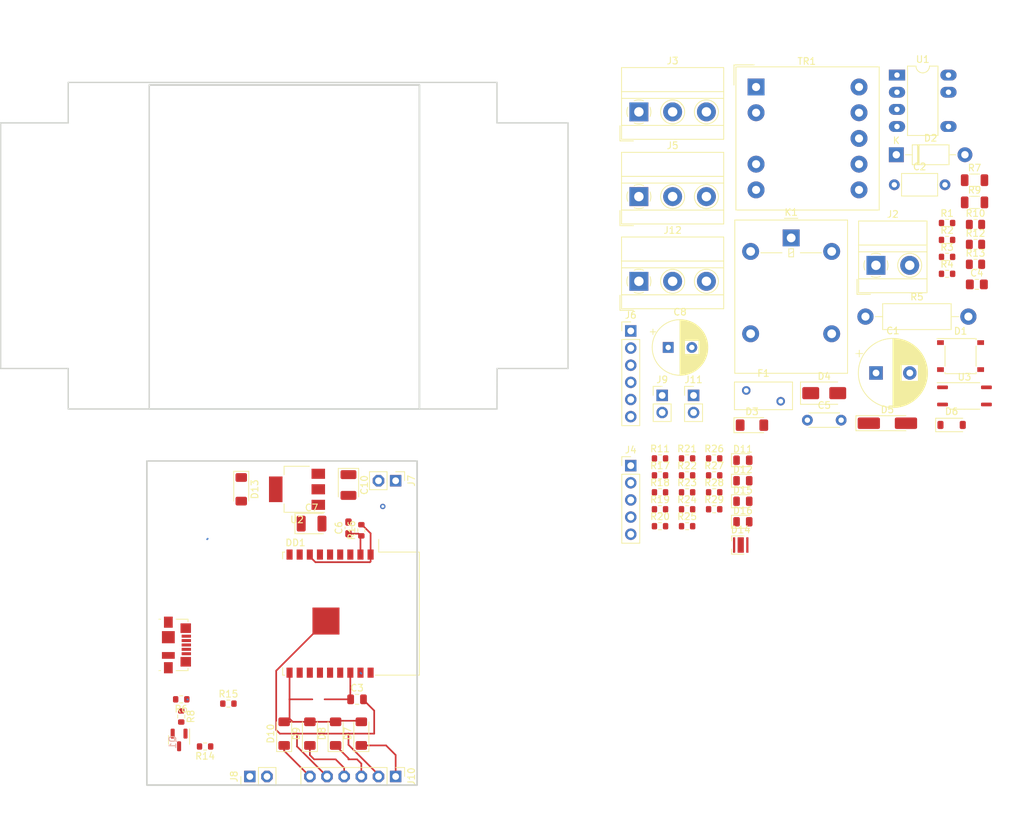
<source format=kicad_pcb>
(kicad_pcb (version 20221018) (generator pcbnew)
  (layers (0 "F.Cu" signal) (31 "B.Cu" signal) (34 "B.Paste" user) (35 "F.Paste" user) (36 "B.SilkS" user "B.Silkscreen") (37 "F.SilkS" user "F.Silkscreen") (38 "B.Mask" user) (39 "F.Mask" user) (44 "Edge.Cuts" user))
  (net 0 "")
  (net 1 "+12V")
  (net 2 "Net-(D2-K)")
  (net 3 "+3.3V")
  (net 4 "Net-(C5-plus)")
  (net 5 "/+12")
  (net 6 "Net-(D4-A)")
  (net 7 "/IO_0")
  (net 8 "GND")
  (net 9 "Net-(DD1-EN)")
  (net 10 "/IO_1")
  (net 11 "/IO_3")
  (net 12 "/IO_10")
  (net 13 "/IO_5")
  (net 14 "/IO_6")
  (net 15 "Net-(C1-plus)")
  (net 16 "Net-(C1-minus)")
  (net 17 "Net-(D1-Pad3)")
  (net 18 "Net-(Q1-B)")
  (net 19 "/SENSOR_1")
  (net 21 "Net-(J2-Pin_2)")
  (net 22 "Net-(D2-A)")
  (net 23 "Net-(D3-K)")
  (net 24 "Net-(D3-A)")
  (net 25 "Net-(D14-A1)")
  (net 26 "Net-(D5-A)")
  (net 27 "Net-(J2-Pin_1)")
  (net 28 "Net-(D14-A2)")
  (net 29 "/IO_7")
  (net 30 "Net-(D15-A)")
  (net 31 "/IO_8")
  (net 32 "Net-(U1-EN{slash}UV)")
  (net 33 "Net-(C4-plus)")
  (net 34 "Net-(D16-A)")
  (net 35 "Net-(TR1-Pad7)")
  (net 37 "/IO_4")
  (net 38 "/IO_9")
  (net 39 "Net-(J8-Pin_2)")
  (net 40 "Net-(DD1-RXD)")
  (net 41 "/SENSOR_2")
  (net 42 "/SENSOR_3")
  (net 43 "/SENSOR_4")
  (net 44 "Net-(D13-A)")
  (net 45 "/USB_DN")
  (net 46 "/USB_DP")
  (net 47 "Net-(D11-A)")
  (net 48 "Net-(D12-A)")
  (net 49 "Net-(DD1-TXD)")
  (net 50 "/IO_2")
  (net 51 "/power/SENSOR_1")
  (net 52 "/power/SENSOR_2")
  (net 53 "/power/SENSOR_3")
  (net 54 "/power/SENSOR_4")
  (net 55 "Net-(J12-Pin_1)")
  (net 56 "Net-(J12-Pin_2)")
  (net 57 "Net-(J12-Pin_3)")
  (net 58 "Net-(R7-Pad1)")
  (net 59 "Net-(R12-Pad1)")
  (footprint "Resistor_SMD:R_0603_1608Metric" (layer "F.Cu") (at 157.25 114.14)
    (fp_text reference "R17")
    (fp_text value "10k")
  )
  (footprint "Diode_SMD:D_MiniMELF" (layer "F.Cu") (at 101.6 152.4 90)
    (fp_text reference "D10")
    (fp_text value "LL4148")
  )
  (footprint "Resistor_THT:R_Axial_DIN0411_L9.9mm_D3.6mm_P15.24mm_Horizontal" (layer "F.Cu") (at 187.67 90.62)
    (fp_text reference "R5")
    (fp_text value "200k")
  )
  (footprint "Connector_USB:USB_Micro-B_Molex_47346-0001" (layer "F.Cu") (at 85.655 139.265 -90)
    (fp_text reference "J1" hide)
    (fp_text value "USB_B_Micro")
  )
  (footprint "Diode_SMD:D_MiniMELF" (layer "F.Cu") (at 109.22 152.4 90)
    (fp_text reference "D8")
    (fp_text value "LL4148")
  )
  (footprint "Capacitor_THT:CP_Radial_D8.0mm_P3.50mm" (layer "F.Cu") (at 158.464698 95.19)
    (property "Value" "200u 16v")
    (fp_text reference "C8")
    (fp_text value "C_Polarized_Small")
  )
  (footprint "Connector_PinHeader_2.54mm:PinHeader_1x06_P2.54mm_Vertical" (layer "F.Cu") (at 152.92 92.74)
    (fp_text reference "J6")
    (fp_text value "Conn_01x06_Pin")
  )
  (footprint "Fuse:Fuse_BelFuse_0ZRE0005FF_L8.3mm_W3.8mm" (layer "F.Cu") (at 170.02 101.56)
    (property "Value" "8.2R")
    (fp_text reference "F1")
    (fp_text value "Polyfuse_Small")
  )
  (footprint "TerminalBlock_MetzConnect:TerminalBlock_MetzConnect_Type011_RT05502HBWC_1x02_P5.00mm_Horizontal" (layer "F.Cu") (at 189.22 83.02)
    (fp_text reference "J2")
    (fp_text value "~220")
  )
  (footprint "Resistor_SMD:R_0603_1608Metric" (layer "F.Cu") (at 165.27 116.65)
    (fp_text reference "R28")
    (fp_text value "10k")
  )
  (footprint "Resistor_SMD:R_0603_1608Metric" (layer "F.Cu") (at 199.75 84.28)
    (fp_text reference "R4")
    (fp_text value "3.3k")
  )
  (footprint "TerminalBlock_MetzConnect:TerminalBlock_MetzConnect_Type011_RT05503HBWC_1x03_P5.00mm_Horizontal" (layer "F.Cu") (at 154.12 85.39)
    (fp_text reference "J12")
    (fp_text value "Out")
  )
  (footprint "LED_SMD:LED_0805_2012Metric" (layer "F.Cu") (at 169.52 114.935)
    (fp_text reference "D12")
    (fp_text value "\"SENS_1\"")
  )
  (footprint "Resistor_SMD:R_0805_2012Metric" (layer "F.Cu") (at 203.96 76.97)
    (fp_text reference "R10")
    (fp_text value "10k")
  )
  (footprint "Relay_THT:Relay_SPDT_Omron-G5LE-1" (layer "F.Cu") (at 176.67 78.965)
    (fp_text reference "K1")
    (fp_text value "G5LE-1")
  )
  (footprint "Diode_SMD:D_SMA" (layer "F.Cu") (at 181.565 101.96)
    (fp_text reference "D4")
    (fp_text value "SS14")
  )
  (footprint "Package_DIP:PowerIntegrations_PDIP-8B" (layer "F.Cu") (at 192.34 54.84)
    (fp_text reference "U1")
    (fp_text value "TNY268P")
  )
  (footprint "Resistor_SMD:R_0603_1608Metric" (layer "F.Cu") (at 157.25 116.65)
    (fp_text reference "R18")
    (fp_text value "10k")
  )
  (footprint "stopwater:ESP-WROOM-02" (layer "F.Cu") (at 108.4 134.62 -90)
    (fp_text reference "DD1")
    (fp_text value "ESP32c3-WROOM-02")
  )
  (footprint "Resistor_SMD:R_0603_1608Metric" (layer "F.Cu") (at 161.26 121.67)
    (fp_text reference "R25")
    (fp_text value "10k")
  )
  (footprint "Resistor_SMD:R_0603_1608Metric" (layer "F.Cu") (at 161.26 116.65)
    (fp_text reference "R23")
    (fp_text value "10k")
  )
  (footprint "Connector_PinHeader_2.54mm:PinHeader_1x05_P2.54mm_Vertical" (layer "F.Cu") (at 152.92 112.7)
    (fp_text reference "J4")
    (fp_text value "Conn_01x05")
  )
  (footprint "Resistor_SMD:R_0603_1608Metric" (layer "F.Cu") (at 161.26 114.14)
    (fp_text reference "R22")
    (fp_text value "10k")
  )
  (footprint "Diode_SMD:Diode_Bridge_Diotec_ABS" (layer "F.Cu") (at 201.75 96.47)
    (fp_text reference "D1")
    (fp_text value "ABS10")
  )
  (footprint "TerminalBlock_MetzConnect:TerminalBlock_MetzConnect_Type011_RT05503HBWC_1x03_P5.00mm_Horizontal" (layer "F.Cu") (at 154.12 60.29)
    (fp_text reference "J3")
    (fp_text value "Out")
  )
  (footprint "Diode_SMD:D_MiniMELF" (layer "F.Cu") (at 105.41 152.4 90)
    (fp_text reference "D9")
    (fp_text value "LL4148")
  )
  (footprint "Resistor_SMD:R_0805_2012Metric" (layer "F.Cu") (at 203.96 82.87)
    (fp_text reference "R13")
    (fp_text value "680")
  )
  (footprint "Diode_SMD:D_SOD-123" (layer "F.Cu") (at 200.425 106.67)
    (fp_text reference "D6")
    (fp_text value "MMSD4148")
  )
  (footprint "Resistor_SMD:R_0603_1608Metric" (layer "F.Cu") (at 86.365 149.86 -90)
    (fp_text reference "R8")
    (fp_text value "10k")
  )
  (footprint "Connector_PinHeader_2.54mm:PinHeader_1x02_P2.54mm_Vertical" (layer "F.Cu") (at 162.22 102.29)
    (fp_text reference "J11")
    (fp_text value "Conn_01x02_Socket")
  )
  (footprint "Resistor_SMD:R_1206_3216Metric" (layer "F.Cu") (at 203.82 73.7)
    (fp_text reference "R9")
    (fp_text value "1M")
  )
  (footprint "Capacitor_SMD:C_0805_2012Metric" (layer "F.Cu") (at 112.395 147.32)
    (fp_text reference "C3")
    (fp_text value "1u")
  )
  (footprint "LED_SMD:LED_0805_2012Metric" (layer "F.Cu") (at 169.52 121.015)
    (fp_text reference "D16")
    (fp_text value "\"SENS_4\"")
  )
  (footprint "Resistor_SMD:R_0603_1608Metric" (layer "F.Cu") (at 165.27 111.63)
    (fp_text reference "R26")
    (fp_text value "10k")
  )
  (footprint "Diode_SMD:D_MiniMELF_Handsoldering" (layer "F.Cu") (at 190.915 106.415)
    (fp_text reference "D5")
    (fp_text value "8v2")
  )
  (footprint "Resistor_SMD:R_0603_1608Metric" (layer "F.Cu") (at 161.26 119.16)
    (fp_text reference "R24")
    (fp_text value "10k")
  )
  (footprint "Diode_SMD:D_MiniMELF" (layer "F.Cu") (at 113.03 152.4 90)
    (fp_text reference "D7")
    (fp_text value "LL4148")
  )
  (footprint "Resistor_SMD:R_0603_1608Metric" (layer "F.Cu") (at 157.25 121.67)
    (fp_text reference "R20")
    (fp_text value "10k")
  )
  (footprint "Connector_PinHeader_2.54mm:PinHeader_1x06_P2.54mm_Vertical" (layer "F.Cu") (at 118.11 158.75 -90)
    (fp_text reference "J10")
    (fp_text value "Conn_01x06_Socket")
  )
  (footprint "Resistor_SMD:R_0603_1608Metric" (layer "F.Cu") (at 113.03 122.2775 90)
    (fp_text reference "R16")
    (fp_text value "10k")
  )
  (footprint "Resistor_SMD:R_0603_1608Metric" (layer "F.Cu") (at 199.75 81.77)
    (fp_text reference "R3")
    (fp_text value "3.3k")
  )
  (footprint "Resistor_SMD:R_0603_1608Metric" (layer "F.Cu") (at 199.75 76.75)
    (fp_text reference "R1")
    (fp_text value "3.3k")
  )
  (footprint "Resistor_SMD:R_0805_2012Metric" (layer "F.Cu") (at 203.96 79.92)
    (fp_text reference "R12")
    (fp_text value "330")
  )
  (footprint "LED_SMD:LED_0805_2012Metric" (layer "F.Cu") (at 169.52 117.975)
    (fp_text reference "D15")
    (fp_text value "\"SENS_3\"")
  )
  (footprint "Resistor_SMD:R_0603_1608Metric" (layer "F.Cu") (at 157.25 111.63)
    (fp_text reference "R11")
    (fp_text value "10k")
  )
  (footprint "Resistor_SMD:R_0603_1608Metric" (layer "F.Cu") (at 199.75 79.26)
    (fp_text reference "R2")
    (fp_text value "3.3k")
  )
  (footprint "Connector_PinHeader_2.54mm:PinHeader_1x02_P2.54mm_Vertical" (layer "F.Cu") (at 157.57 102.29)
    (fp_text reference "J9")
    (fp_text value "Conn_01x02_Pin")
  )
  (footprint "Diode_SMD:D_MiniMELF" (layer "F.Cu") (at 170.865 106.705)
    (fp_text reference "D3")
    (fp_text value "LL4148")
  )
  (footprint "Resistor_SMD:R_0603_1608Metric" (layer "F.Cu") (at 165.27 114.14)
    (fp_text reference "R27")
    (fp_text value "10k")
  )
  (footprint "Capacitor_SMD:C_0805_2012Metric_Pad1.18x1.45mm_HandSolder" (layer "F.Cu") (at 204.16 85.85)
    (fp_text reference "C4")
    (fp_text value "C_Polarized_Small")
  )
  (footprint "Resistor_SMD:R_0603_1608Metric" (layer "F.Cu") (at 93.345 147.955)
    (fp_text reference "R15")
    (fp_text value "1k")
  )
  (footprint "Package_TO_SOT_SMD:SOT-223-3_TabPin2" (layer "F.Cu") (at 103.505 116.205 180)
    (fp_text reference "U2")
    (fp_text value "LD1117S33TR_SOT223")
  )
  (footprint "Resistor_SMD:R_0603_1608Metric" (layer "F.Cu") (at 86.365 147.32 180)
    (fp_text reference "R6")
    (fp_text value "330")
  )
  (footprint "Diode_THT:D_DO-41_SOD81_P10.16mm_Horizontal" (layer "F.Cu") (at 192.24 66.64)
    (fp_text reference "D2")
    (fp_text value "1N4937")
  )
  (footprint "Resistor_SMD:R_0603_1608Metric" (layer "F.Cu") (at 89.8975 154.305 180)
    (fp_text reference "R14")
    (fp_text value "3.3k")
  )
  (footprint "Capacitor_THT:CP_Radial_D10.0mm_P5.00mm" (layer "F.Cu") (at 189.234646 98.97)
    (property "Value" "10u 400v")
    (fp_text reference "C1")
    (fp_text value "C_Polarized_Small")
  )
  (footprint "stopwater:FAT_74082" (layer "F.Cu") (at 171.475 56.605)
    (fp_text reference "TR1")
    (fp_text value "FAT_74082")
  )
  (footprint "LED_SMD:LED_Cree-XB" (layer "F.Cu") (at 169.2 124.46)
    (fp_text reference "D14")
    (fp_text value "LED_Dual_AAK")
  )
  (footprint "Package_SO:SOIC-4_4.55x3.7mm_P2.54mm" (layer "F.Cu") (at 202.33 102.37)
    (fp_text reference "U3")
    (fp_text value "TLP181")
  )
  (footprint "Capacitor_Tantalum_SMD:CP_EIA-3528-15_AVX-H" (layer "F.Cu") (at 105.6625 121.285)
    (fp_text reference "C7")
    (fp_text value "10u")
  )
  (footprint "Capacitor_THT:C_Disc_D4.3mm_W1.9mm_P5.00mm" (layer "F.Cu") (at 179.07 105.96)
    (fp_text reference "C5")
    (fp_text value "C_Polarized_Small")
  )
  (footprint "TerminalBlock_MetzConnect:TerminalBlock_MetzConnect_Type011_RT05503HBWC_1x03_P5.00mm_Horizontal" (layer "F.Cu") (at 154.12 72.84)
    (fp_text reference "J5")
    (fp_text value "Out")
  )
  (footprint "Capacitor_Tantalum_SMD:CP_EIA-3528-15_AVX-H" (layer "F.Cu") (at 111.125 115.57 -90)
    (fp_text reference "C10")
    (fp_text value "10u")
  )
  (footprint "Capacitor_THT:C_Axial_L5.1mm_D3.1mm_P7.50mm_Horizontal" (layer "F.Cu") (at 191.94 71.09)
    (fp_text reference "C2")
    (fp_text value "2.2n")
  )
  (footprint "Resistor_SMD:R_1206_3216Metric" (layer "F.Cu") (at 203.82 70.41)
    (fp_text reference "R7")
    (fp_text value "1M")
  )
  (footprint "LED_SMD:LED_0805_2012Metric" (layer "F.Cu") (at 169.52 111.895)
    (fp_text reference "D11")
    (fp_text value "\"SENS_1\"")
  )
  (footprint "Resistor_SMD:R_0603_1608Metric" (layer "F.Cu") (at 157.25 119.16)
    (fp_text reference "R19")
    (fp_text value "10k")
  )
  (footprint "Resistor_SMD:R_0603_1608Metric" (layer "F.Cu") (at 161.26 111.63)
    (fp_text reference "R21")
    (fp_text value "10k")
  )
  (footprint "Connector_PinHeader_2.54mm:PinHeader_1x02_P2.54mm_Vertical" (layer "F.Cu") (at 118.11 114.935 -90)
    (fp_text reference "J7")
    (fp_text value "Conn_01x02_Pin")
  )
  (footprint "Resistor_SMD:R_0603_1608Metric" (layer "F.Cu") (at 165.27 119.16)
    (fp_text reference "R29")
    (fp_text value "10k")
  )
  (footprint "Package_TO_SOT_SMD:SOT-23" (layer "F.Cu") (at 86.045 153.3375 -90)
    (fp_text reference "Q1")
    (fp_text value "BC847")
  )
  (footprint "Diode_SMD:D_MiniMELF" (layer "F.Cu") (at 95.25 116.205 -90)
    (fp_text reference "D13")
    (fp_text value "LL4148")
  )
  (footprint "Capacitor_SMD:C_0603_1608Metric_Pad1.08x0.95mm_HandSolder" (layer "F.Cu") (at 111.125 121.92 90)
    (fp_text reference "C6")
    (fp_text value "0.1u")
  )
  (footprint "Connector_PinHeader_2.54mm:PinHeader_1x02_P2.54mm_Vertical" (layer "F.Cu") (at 96.52 158.75 90)
    (fp_text reference "J8")
    (fp_text value "Conn_01x02_Socket" hide)
  )
  (gr_line (start 81.63 56.305) (end 81.63 104.305) (stroke (width 0.2)) (layer "Edge.Cuts"))
  (gr_line locked (start 121.28 160.02) (end 121.28 112.02) (stroke (width 0.2)) (layer "Edge.Cuts"))
  (gr_line locked (start 121.28 160.02) (end 121.28 112.02) (stroke (width 0.2)) (layer "Edge.Cuts"))
  (gr_line (start 121.63 56.305) (end 81.63 56.305) (stroke (width 0.2)) (layer "Edge.Cuts"))
  (gr_line locked (start 121.28 160.02) (end 121.28 112.02) (stroke (width 0.2)) (layer "Edge.Cuts"))
  (gr_line (start 143.63 98.305) (end 143.63 61.925) (stroke (width 0.2)) (layer "Edge.Cuts"))
  (gr_line (start 81.63 104.305) (end 121.63 104.305) (stroke (width 0.2)) (layer "Edge.Cuts"))
  (gr_line locked (start 81.28 160.02) (end 121.28 160.02) (stroke (width 0.2)) (layer "Edge.Cuts"))
  (gr_line (start 81.63 56.305) (end 81.63 104.305) (stroke (width 0.2)) (layer "Edge.Cuts"))
  (gr_line (start 81.63 56.305) (end 81.63 104.305) (stroke (width 0.2)) (layer "Edge.Cuts"))
  (gr_line (start 81.63 104.305) (end 121.63 104.305) (stroke (width 0.2)) (layer "Edge.Cuts"))
  (gr_line locked (start 81.28 112.02) (end 81.28 160.02) (stroke (width 0.2)) (layer "Edge.Cuts"))
  (gr_line (start 121.63 104.305) (end 121.63 56.305) (stroke (width 0.2)) (layer "Edge.Cuts"))
  (gr_line (start 121.63 56.305) (end 81.63 56.305) (stroke (width 0.2)) (layer "Edge.Cuts"))
  (gr_line (start 121.63 104.305) (end 121.63 56.305) (stroke (width 0.2)) (layer "Edge.Cuts"))
  (gr_line (start 59.63 98.305) (end 69.63 98.305) (stroke (width 0.2)) (layer "Edge.Cuts"))
  (gr_line (start 81.63 104.305) (end 121.63 104.305) (stroke (width 0.2)) (layer "Edge.Cuts"))
  (gr_line (start 121.63 104.305) (end 121.63 56.305) (stroke (width 0.2)) (layer "Edge.Cuts"))
  (gr_line (start 121.63 56.305) (end 81.63 56.305) (stroke (width 0.2)) (layer "Edge.Cuts"))
  (gr_line locked (start 121.28 160.02) (end 121.28 112.02) (stroke (width 0.2)) (layer "Edge.Cuts"))
  (gr_line (start 121.63 104.305) (end 121.63 56.305) (stroke (width 0.2)) (layer "Edge.Cuts"))
  (gr_line locked (start 121.28 112.02) (end 81.28 112.02) (stroke (width 0.2)) (layer "Edge.Cuts"))
  (gr_line locked (start 81.28 112.02) (end 81.28 160.02) (stroke (width 0.2)) (layer "Edge.Cuts"))
  (gr_line (start 133.11 104.305) (end 133.13 98.305) (stroke (width 0.2)) (layer "Edge.Cuts"))
  (gr_line (start 69.63 104.305) (end 133.11 104.305) (stroke (width 0.2)) (layer "Edge.Cuts"))
  (gr_line (start 133.13 98.305) (end 143.63 98.305) (stroke (width 0.2)) (layer "Edge.Cuts"))
  (gr_line (start 69.63 61.925) (end 59.63 61.925) (stroke (width 0.2)) (layer "Edge.Cuts"))
  (gr_line (start 59.63 61.925) (end 59.63 98.305) (stroke (width 0.2)) (layer "Edge.Cuts"))
  (gr_line (start 69.63 98.305) (end 69.63 104.305) (stroke (width 0.2)) (layer "Edge.Cuts"))
  (gr_line locked (start 81.28 112.02) (end 81.28 160.02) (stroke (width 0.2)) (layer "Edge.Cuts"))
  (gr_line locked (start 81.28 160.02) (end 121.28 160.02) (stroke (width 0.2)) (layer "Edge.Cuts"))
  (gr_line (start 143.63 61.925) (end 133.11 61.925) (stroke (width 0.2)) (layer "Edge.Cuts"))
  (gr_line (start 81.63 104.305) (end 121.63 104.305) (stroke (width 0.2)) (layer "Edge.Cuts"))
  (gr_line locked (start 81.28 160.02) (end 121.28 160.02) (stroke (width 0.2)) (layer "Edge.Cuts"))
  (gr_line (start 69.63 55.925) (end 69.63 61.925) (stroke (width 0.2)) (layer "Edge.Cuts"))
  (gr_line locked (start 121.28 112.02) (end 81.28 112.02) (stroke (width 0.2)) (layer "Edge.Cuts"))
  (gr_line (start 133.11 55.925) (end 69.63 55.925) (stroke (width 0.2)) (layer "Edge.Cuts"))
  (gr_line locked (start 81.28 160.02) (end 121.28 160.02) (stroke (width 0.2)) (layer "Edge.Cuts"))
  (gr_line (start 81.63 56.305) (end 81.63 104.305) (stroke (width 0.2)) (layer "Edge.Cuts"))
  (gr_line locked (start 81.28 112.02) (end 81.28 160.02) (stroke (width 0.2)) (layer "Edge.Cuts"))
  (gr_line (start 133.11 61.925) (end 133.11 55.925) (stroke (width 0.2)) (layer "Edge.Cuts"))
  (gr_line locked (start 121.28 112.02) (end 81.28 112.02) (stroke (width 0.2)) (layer "Edge.Cuts"))
  (gr_line locked (start 121.28 112.02) (end 81.28 112.02) (stroke (width 0.2)) (layer "Edge.Cuts"))
  (gr_line (start 121.63 56.305) (end 81.63 56.305) (stroke (width 0.2)) (layer "Edge.Cuts"))
  (segment (start 102.87 150.65) (end 101.6 150.65) (width 0.25) (layer "F.Cu") (net 0))
  (segment (start 113.03 150.495) (end 109.375 150.495) (width 0.25) (layer "F.Cu") (net 0))
  (segment (start 102.4 143.37) (end 102.4 147.32) (width 0.25) (layer "F.Cu") (net 0))
  (segment (start 113.03 150.65) (end 113.03 150.495) (width 0.25) (layer "F.Cu") (net 0))
  (segment (start 102.4 147.32) (end 102.4 150.18) (width 0.25) (layer "F.Cu") (net 0))
  (segment (start 109.375 150.495) (end 109.22 150.65) (width 0.25) (layer "F.Cu") (net 0))
  (segment (start 105.41 150.65) (end 102.87 150.65) (width 0.25) (layer "F.Cu") (net 0))
  (segment (start 109.22 150.65) (end 105.41 150.65) (width 0.25) (layer "F.Cu") (net 0))
  (segment (start 102.4 150.18) (end 102.87 150.65) (width 0.25) (layer "F.Cu") (net 0))
  (segment (start 105.7675 147.32) (end 102.4 147.32) (width 0.25) (layer "F.Cu") (net 0))
  (segment (start 87.315 147.3575) (end 87.2775 147.32) (width 0.25) (layer "B.Cu") (net 0))
  (segment (start 114.3 127) (end 106.23 127) (width 0.25) (layer "F.Cu") (net 3))
  (segment (start 114.4 125.87) (end 114.4 122.735) (width 0.25) (layer "F.Cu") (net 3))
  (segment (start 106.23 127) (end 105.4 126.17) (width 0.25) (layer "F.Cu") (net 3))
  (segment (start 111.4 147.1875) (end 111.4 143.37) (width 0.25) (layer "F.Cu") (net 3))
  (segment (start 107.5925 147.32) (end 111.5325 147.32) (width 0.25) (layer "F.Cu") (net 3))
  (segment (start 114.4 126.9) (end 114.3 127) (width 0.25) (layer "F.Cu") (net 3))
  (segment (start 111.5325 147.32) (end 111.4 147.1875) (width 0.25) (layer "F.Cu") (net 3))
  (segment (start 114.4 122.735) (end 113.03 121.365) (width 0.25) (layer "F.Cu") (net 3))
  (segment (start 105.4 126.17) (end 105.4 125.87) (width 0.25) (layer "F.Cu") (net 3))
  (segment (start 114.4 125.87) (end 114.4 126.9) (width 0.25) (layer "F.Cu") (net 3))
  (via (at 116.205 118.745) (size 0.8) (drill 0.4) (layers "F.Cu" "B.Cu") (net 3))
  (segment (start 113.03 143.51) (end 112.9 143.38) (width 0.25) (layer "B.Cu") (net 3))
  (segment (start 107.79 135.72) (end 100.425 143.085) (width 0.25) (layer "F.Cu") (net 8))
  (segment (start 111.125 154.058173) (end 115.57 158.503173) (width 0.25) (layer "F.Cu") (net 8))
  (segment (start 100.965 152.4) (end 103.505 152.4) (width 0.25) (layer "F.Cu") (net 8))
  (segment (start 100.425 151.86) (end 100.965 152.4) (width 0.25) (layer "F.Cu") (net 8))
  (segment (start 114.935 148.9975) (end 114.935 152.4) (width 0.25) (layer "F.Cu") (net 8))
  (segment (start 115.57 158.503173) (end 115.57 158.75) (width 0.25) (layer "F.Cu") (net 8))
  (segment (start 114.935 152.4) (end 111.125 152.4) (width 0.25) (layer "F.Cu") (net 8))
  (segment (start 103.505 152.4) (end 111.125 152.4) (width 0.25) (layer "F.Cu") (net 8))
  (segment (start 107.948604 158.75) (end 103.505 154.306396) (width 0.25) (layer "F.Cu") (net 8))
  (segment (start 103.505 154.306396) (end 103.505 152.4) (width 0.25) (layer "F.Cu") (net 8))
  (segment (start 111.125 152.4) (end 111.125 154.058173) (width 0.25) (layer "F.Cu") (net 8))
  (segment (start 113.2575 147.32) (end 114.935 148.9975) (width 0.25) (layer "F.Cu") (net 8))
  (segment (start 100.425 143.085) (end 100.425 151.86) (width 0.25) (layer "F.Cu") (net 8))
  (segment (start 107.95 158.75) (end 107.948604 158.75) (width 0.25) (layer "F.Cu") (net 8))
  (segment (start 113.03 123.19) (end 112.9 123.32) (width 0.25) (layer "F.Cu") (net 9))
  (segment (start 112.6225 122.7825) (end 113.03 123.19) (width 0.25) (layer "F.Cu") (net 9))
  (segment (start 112.9 123.32) (end 112.9 125.87) (width 0.25) (layer "F.Cu") (net 9))
  (segment (start 111.125 122.7825) (end 112.6225 122.7825) (width 0.25) (layer "F.Cu") (net 9))
  (segment (start 118.11 155.575) (end 118.11 158.75) (width 0.25) (layer "F.Cu") (net 19))
  (segment (start 116.685 154.15) (end 118.11 155.575) (width 0.25) (layer "F.Cu") (net 19))
  (segment (start 113.03 154.15) (end 116.685 154.15) (width 0.25) (layer "F.Cu") (net 19))
  (segment (start 111.125 156.055) (end 111.125 156.21) (width 0.25) (layer "F.Cu") (net 41))
  (segment (start 111.125 156.21) (end 112.395 156.21) (width 0.25) (layer "F.Cu") (net 41))
  (segment (start 112.395 156.21) (end 113.03 156.845) (width 0.25) (layer "F.Cu") (net 41))
  (segment (start 109.22 154.15) (end 111.125 156.055) (width 0.25) (layer "F.Cu") (net 41))
  (segment (start 113.03 156.845) (end 113.03 158.75) (width 0.25) (layer "F.Cu") (net 41))
  (segment (start 110.49 157.48) (end 110.49 158.75) (width 0.25) (layer "F.Cu") (net 42))
  (segment (start 106.045 156.21) (end 109.22 156.21) (width 0.25) (layer "F.Cu") (net 42))
  (segment (start 105.41 154.15) (end 105.41 155.575) (width 0.25) (layer "F.Cu") (net 42))
  (segment (start 109.22 156.21) (end 110.49 157.48) (width 0.25) (layer "F.Cu") (net 42))
  (segment (start 105.41 155.575) (end 106.045 156.21) (width 0.25) (layer "F.Cu") (net 42))
  (segment (start 101.6 154.15) (end 101.6 154.94) (width 0.25) (layer "F.Cu") (net 43))
  (segment (start 101.6 154.94) (end 105.41 158.75) (width 0.25) (layer "F.Cu") (net 43))
  (segment (start 90.1975 123.6075) (end 90.285 123.52) (width 0.25) (layer "B.Cu") (net 47))
)
</source>
